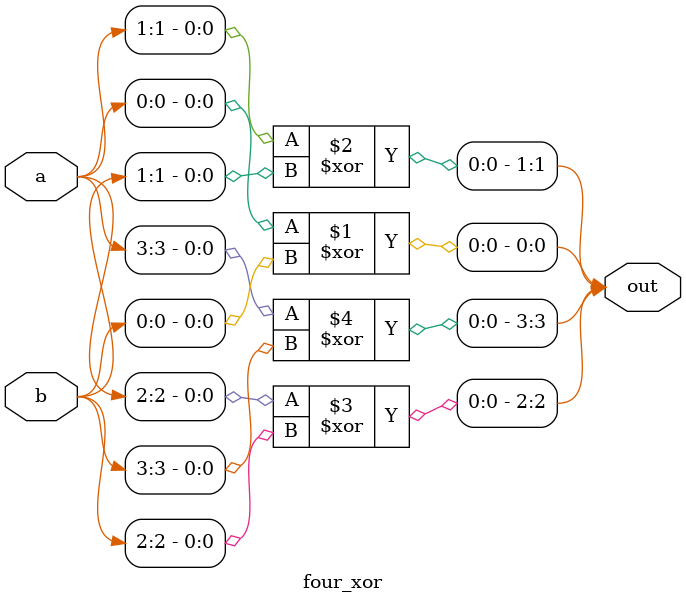
<source format=v>
`timescale 1ns / 1ps

module four_xor(a, b, out);

input [3:0]a;
input [3:0]b;
output [3:0]out;

xor  zero(out[0], a[0], b[0]);
xor one(out[1], a[1], b[1]);
xor two(out[2], a[2], b[2]);
xor three(out[3], a[3], b[3]);

endmodule
// When 0000 and 0000 at end, get 1111. Why?
</source>
